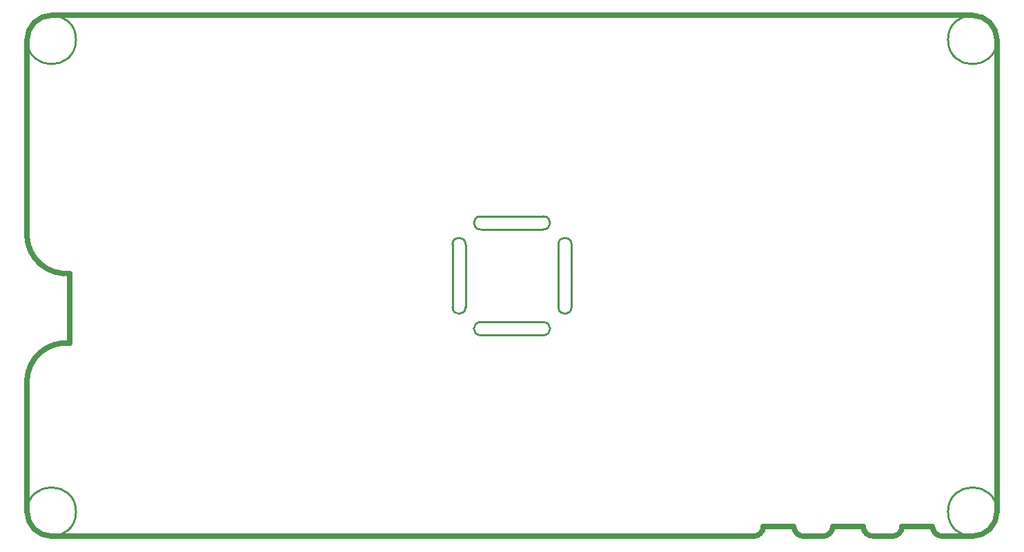
<source format=gko>
G04*
G04 #@! TF.GenerationSoftware,Altium Limited,Altium Designer,20.1.11 (218)*
G04*
G04 Layer_Color=16711935*
%FSLAX25Y25*%
%MOIN*%
G70*
G04*
G04 #@! TF.SameCoordinates,8D0FCBAB-09EC-4A3B-B863-23265075E7EF*
G04*
G04*
G04 #@! TF.FilePolarity,Positive*
G04*
G01*
G75*
%ADD10C,0.01000*%
%ADD143C,0.02500*%
D10*
X22441Y-15256D02*
G03*
X28740Y-15256I3150J0D01*
G01*
Y15256D02*
G03*
X22441Y15256I-3150J0D01*
G01*
X15256Y-28740D02*
G03*
X15256Y-22441I0J3150D01*
G01*
X-15256D02*
G03*
X-15256Y-28740I0J-3150D01*
G01*
X15256Y22441D02*
G03*
X15256Y28740I0J3150D01*
G01*
X-15256D02*
G03*
X-15256Y22441I0J-3150D01*
G01*
X-28740Y-15256D02*
G03*
X-22441Y-15256I3150J0D01*
G01*
Y15256D02*
G03*
X-28740Y15256I-3150J0D01*
G01*
X234252Y-114173D02*
G03*
X234252Y-114173I-11811J0D01*
G01*
Y114173D02*
G03*
X234252Y114173I-11811J0D01*
G01*
X-210630D02*
G03*
X-210630Y114173I-11811J0D01*
G01*
Y-114173D02*
G03*
X-210630Y-114173I-11811J0D01*
G01*
X22441Y-15157D02*
Y0D01*
X28740Y-15256D02*
Y0D01*
X22441D02*
Y15157D01*
X28740Y0D02*
Y15256D01*
X0Y-22441D02*
X15157D01*
X0Y-28740D02*
X15256D01*
X-15157Y-22441D02*
X0D01*
X-15256Y-28740D02*
X0D01*
Y22441D02*
X15157D01*
X0Y28740D02*
X15256D01*
X-15157Y22441D02*
X0D01*
X-15256Y28740D02*
X0D01*
X-22441Y-15157D02*
Y0D01*
X-28740Y-15256D02*
Y0D01*
Y15256D01*
X-22441Y0D02*
Y15157D01*
D143*
X222441Y-125984D02*
G03*
X234252Y-114173I0J11811D01*
G01*
X234252Y114173D02*
G03*
X222441Y125984I-11811J0D01*
G01*
X-222441Y125984D02*
G03*
X-234252Y114173I0J-11811D01*
G01*
X-234252Y-114173D02*
G03*
X-222441Y-125984I11811J0D01*
G01*
X183300Y-126000D02*
G03*
X188505Y-121302I300J4900D01*
G01*
X203095D02*
G03*
X208300Y-126000I4905J202D01*
G01*
X149800D02*
G03*
X155005Y-121302I300J4900D01*
G01*
X169595D02*
G03*
X174800Y-126000I4905J202D01*
G01*
X136095Y-121302D02*
G03*
X141300Y-126000I4905J202D01*
G01*
X116300D02*
G03*
X121505Y-121302I300J4900D01*
G01*
X-213623Y-32572D02*
G03*
X-234300Y-50400I-1877J-18728D01*
G01*
Y19000D02*
G03*
X-213623Y1172I18800J900D01*
G01*
X-222441Y-125984D02*
X116284Y-125984D01*
X-234252Y-114173D02*
Y-49848D01*
Y19000D02*
Y114173D01*
X-222441Y125984D02*
X222441Y125984D01*
X234252Y114173D02*
X234252Y-114173D01*
X208300Y-126000D02*
X222441D01*
X-213616Y-32500D02*
Y1100D01*
X174800Y-126000D02*
X183300D01*
X141300D02*
X149800D01*
X188500Y-121302D02*
X203100D01*
X155000D02*
X169600D01*
X121500D02*
X136100D01*
M02*

</source>
